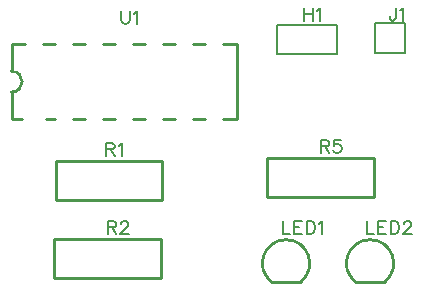
<source format=gto>
G04 Layer: TopSilkscreenLayer*
G04 EasyEDA v6.4.31, 2022-02-21 10:24:03*
G04 30f33cc809fd450ca7eb4ca7eccbfc45,10*
G04 Gerber Generator version 0.2*
G04 Scale: 100 percent, Rotated: No, Reflected: No *
G04 Dimensions in millimeters *
G04 leading zeros omitted , absolute positions ,4 integer and 5 decimal *
%FSLAX45Y45*%
%MOMM*%

%ADD10C,0.2540*%
%ADD18C,0.2032*%
%ADD19C,0.2030*%
%ADD20C,0.1524*%

%LPD*%
D20*
X3581400Y5360415D02*
G01*
X3581400Y5251450D01*
X3654043Y5360415D02*
G01*
X3654043Y5251450D01*
X3581400Y5308600D02*
G01*
X3654043Y5308600D01*
X3688334Y5339587D02*
G01*
X3698747Y5344921D01*
X3714495Y5360415D01*
X3714495Y5251450D01*
X4357370Y5362955D02*
G01*
X4357370Y5279897D01*
X4352036Y5264150D01*
X4346956Y5259070D01*
X4336541Y5253989D01*
X4326127Y5253989D01*
X4315713Y5259070D01*
X4310379Y5264150D01*
X4305300Y5279897D01*
X4305300Y5290312D01*
X4391659Y5342128D02*
G01*
X4401820Y5347462D01*
X4417568Y5362955D01*
X4417568Y5253989D01*
X3403600Y3557015D02*
G01*
X3403600Y3448050D01*
X3403600Y3448050D02*
G01*
X3465829Y3448050D01*
X3500120Y3557015D02*
G01*
X3500120Y3448050D01*
X3500120Y3557015D02*
G01*
X3567684Y3557015D01*
X3500120Y3505200D02*
G01*
X3541775Y3505200D01*
X3500120Y3448050D02*
G01*
X3567684Y3448050D01*
X3601974Y3557015D02*
G01*
X3601974Y3448050D01*
X3601974Y3557015D02*
G01*
X3638550Y3557015D01*
X3654043Y3551936D01*
X3664458Y3541521D01*
X3669538Y3531107D01*
X3674872Y3515360D01*
X3674872Y3489452D01*
X3669538Y3473957D01*
X3664458Y3463544D01*
X3654043Y3453129D01*
X3638550Y3448050D01*
X3601974Y3448050D01*
X3709161Y3536187D02*
G01*
X3719575Y3541521D01*
X3735070Y3557015D01*
X3735070Y3448050D01*
X4114800Y3557015D02*
G01*
X4114800Y3448050D01*
X4114800Y3448050D02*
G01*
X4177029Y3448050D01*
X4211320Y3557015D02*
G01*
X4211320Y3448050D01*
X4211320Y3557015D02*
G01*
X4278884Y3557015D01*
X4211320Y3505200D02*
G01*
X4252975Y3505200D01*
X4211320Y3448050D02*
G01*
X4278884Y3448050D01*
X4313174Y3557015D02*
G01*
X4313174Y3448050D01*
X4313174Y3557015D02*
G01*
X4349750Y3557015D01*
X4365243Y3551936D01*
X4375658Y3541521D01*
X4380738Y3531107D01*
X4386072Y3515360D01*
X4386072Y3489452D01*
X4380738Y3473957D01*
X4375658Y3463544D01*
X4365243Y3453129D01*
X4349750Y3448050D01*
X4313174Y3448050D01*
X4425441Y3531107D02*
G01*
X4425441Y3536187D01*
X4430775Y3546602D01*
X4435856Y3551936D01*
X4446270Y3557015D01*
X4467097Y3557015D01*
X4477511Y3551936D01*
X4482591Y3546602D01*
X4487925Y3536187D01*
X4487925Y3525773D01*
X4482591Y3515360D01*
X4472177Y3499865D01*
X4420361Y3448050D01*
X4493006Y3448050D01*
X1905000Y4217415D02*
G01*
X1905000Y4108450D01*
X1905000Y4217415D02*
G01*
X1951736Y4217415D01*
X1967229Y4212336D01*
X1972563Y4207002D01*
X1977643Y4196587D01*
X1977643Y4186173D01*
X1972563Y4175760D01*
X1967229Y4170679D01*
X1951736Y4165600D01*
X1905000Y4165600D01*
X1941322Y4165600D02*
G01*
X1977643Y4108450D01*
X2011934Y4196587D02*
G01*
X2022347Y4201921D01*
X2038095Y4217415D01*
X2038095Y4108450D01*
X1917700Y3557015D02*
G01*
X1917700Y3448050D01*
X1917700Y3557015D02*
G01*
X1964436Y3557015D01*
X1979929Y3551936D01*
X1985263Y3546602D01*
X1990343Y3536187D01*
X1990343Y3525773D01*
X1985263Y3515360D01*
X1979929Y3510279D01*
X1964436Y3505200D01*
X1917700Y3505200D01*
X1954022Y3505200D02*
G01*
X1990343Y3448050D01*
X2029968Y3531107D02*
G01*
X2029968Y3536187D01*
X2035047Y3546602D01*
X2040381Y3551936D01*
X2050795Y3557015D01*
X2071370Y3557015D01*
X2081784Y3551936D01*
X2087118Y3546602D01*
X2092197Y3536187D01*
X2092197Y3525773D01*
X2087118Y3515360D01*
X2076704Y3499865D01*
X2024634Y3448050D01*
X2097531Y3448050D01*
X3721100Y4242815D02*
G01*
X3721100Y4133850D01*
X3721100Y4242815D02*
G01*
X3767836Y4242815D01*
X3783329Y4237736D01*
X3788663Y4232402D01*
X3793743Y4221987D01*
X3793743Y4211573D01*
X3788663Y4201160D01*
X3783329Y4196079D01*
X3767836Y4191000D01*
X3721100Y4191000D01*
X3757422Y4191000D02*
G01*
X3793743Y4133850D01*
X3890518Y4242815D02*
G01*
X3838447Y4242815D01*
X3833368Y4196079D01*
X3838447Y4201160D01*
X3854195Y4206494D01*
X3869690Y4206494D01*
X3885184Y4201160D01*
X3895597Y4191000D01*
X3900931Y4175252D01*
X3900931Y4164837D01*
X3895597Y4149344D01*
X3885184Y4138929D01*
X3869690Y4133850D01*
X3854195Y4133850D01*
X3838447Y4138929D01*
X3833368Y4144010D01*
X3828034Y4154423D01*
X2032000Y5335015D02*
G01*
X2032000Y5257037D01*
X2037079Y5241544D01*
X2047493Y5231129D01*
X2063241Y5226050D01*
X2073656Y5226050D01*
X2089150Y5231129D01*
X2099563Y5241544D01*
X2104643Y5257037D01*
X2104643Y5335015D01*
X2138934Y5314187D02*
G01*
X2149347Y5319521D01*
X2165095Y5335015D01*
X2165095Y5226050D01*
D18*
X3860800Y5219700D02*
G01*
X3860800Y4968239D01*
X3352800Y4968239D01*
X3352800Y5219700D01*
X3860800Y5219700D01*
X4432300Y4978400D02*
G01*
X4178300Y4978400D01*
X4178300Y5232400D01*
X4432300Y5232400D01*
X4432300Y5041900D01*
D19*
X4432300Y4978400D02*
G01*
X4432300Y5041900D01*
D10*
X3302000Y3044952D02*
G01*
X3556787Y3044418D01*
X4013200Y3044952D02*
G01*
X4267987Y3044418D01*
X1480820Y3733800D02*
G01*
X1480820Y4064000D01*
X1480820Y4064000D02*
G01*
X2379979Y4064000D01*
X2379979Y4064000D02*
G01*
X2379979Y3733800D01*
X2379979Y3733800D02*
G01*
X1480820Y3733800D01*
X1468120Y3073400D02*
G01*
X1468120Y3403600D01*
X1468120Y3403600D02*
G01*
X2367279Y3403600D01*
X2367279Y3403600D02*
G01*
X2367279Y3073400D01*
X2367279Y3073400D02*
G01*
X1468120Y3073400D01*
X3271520Y3759200D02*
G01*
X3271520Y4089400D01*
X3271520Y4089400D02*
G01*
X4170679Y4089400D01*
X4170679Y4089400D02*
G01*
X4170679Y3759200D01*
X4170679Y3759200D02*
G01*
X3271520Y3759200D01*
X3009900Y5054600D02*
G01*
X3009900Y4419600D01*
X2898841Y5054600D02*
G01*
X3009900Y5054600D01*
X2644841Y5054600D02*
G01*
X2739958Y5054600D01*
X2390841Y5054600D02*
G01*
X2485958Y5054600D01*
X2136841Y5054600D02*
G01*
X2231958Y5054600D01*
X1882841Y5054600D02*
G01*
X1977958Y5054600D01*
X1628841Y5054600D02*
G01*
X1723958Y5054600D01*
X1374841Y5054600D02*
G01*
X1469958Y5054600D01*
X1104900Y5054600D02*
G01*
X1215958Y5054600D01*
X1104900Y5054600D02*
G01*
X1104900Y4826000D01*
X1197284Y4419600D02*
G01*
X1104900Y4419600D01*
X1104900Y4648200D01*
X1469958Y4419600D02*
G01*
X1393515Y4419600D01*
X1723958Y4419600D02*
G01*
X1628841Y4419600D01*
X1977958Y4419600D02*
G01*
X1882841Y4419600D01*
X2231958Y4419600D02*
G01*
X2136841Y4419600D01*
X2485958Y4419600D02*
G01*
X2390841Y4419600D01*
X2739958Y4419600D02*
G01*
X2644841Y4419600D01*
X3009900Y4419600D02*
G01*
X2898841Y4419600D01*
G75*
G01*
X3555543Y3044952D02*
G03*
X3302051Y3044952I-126746J154710D01*
G75*
G01*
X4266743Y3044952D02*
G03*
X4013251Y3044952I-126746J154710D01*
G75*
G01*
X1104900Y4648200D02*
G03*
X1104900Y4826000I0J88900D01*
M02*

</source>
